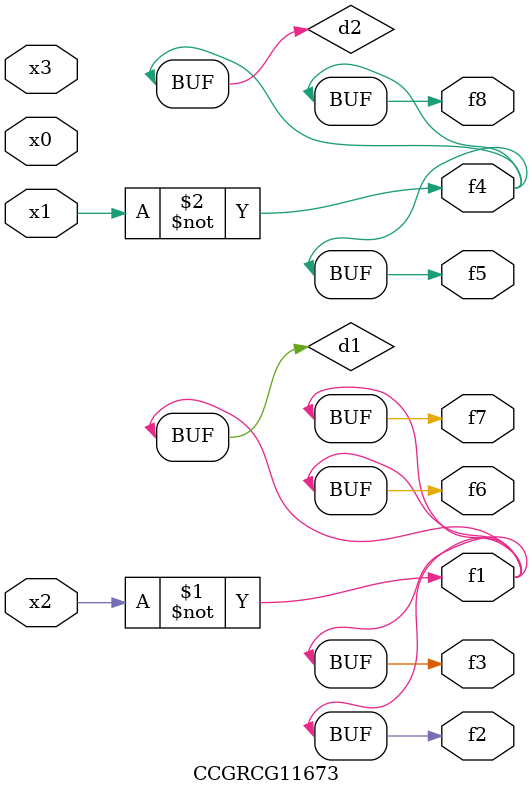
<source format=v>
module CCGRCG11673(
	input x0, x1, x2, x3,
	output f1, f2, f3, f4, f5, f6, f7, f8
);

	wire d1, d2;

	xnor (d1, x2);
	not (d2, x1);
	assign f1 = d1;
	assign f2 = d1;
	assign f3 = d1;
	assign f4 = d2;
	assign f5 = d2;
	assign f6 = d1;
	assign f7 = d1;
	assign f8 = d2;
endmodule

</source>
